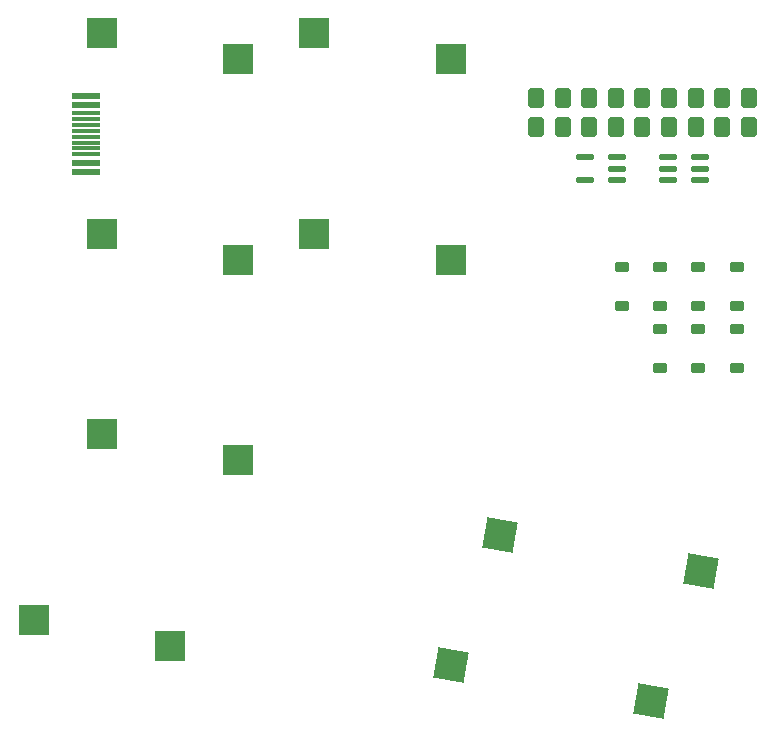
<source format=gbr>
%TF.GenerationSoftware,KiCad,Pcbnew,(5.99.0-11706-g59ad333650)*%
%TF.CreationDate,2021-08-22T22:29:06-05:00*%
%TF.ProjectId,lightwing_prototype,6c696768-7477-4696-9e67-5f70726f746f,rev?*%
%TF.SameCoordinates,Original*%
%TF.FileFunction,Paste,Bot*%
%TF.FilePolarity,Positive*%
%FSLAX46Y46*%
G04 Gerber Fmt 4.6, Leading zero omitted, Abs format (unit mm)*
G04 Created by KiCad (PCBNEW (5.99.0-11706-g59ad333650)) date 2021-08-22 22:29:06*
%MOMM*%
%LPD*%
G01*
G04 APERTURE LIST*
G04 Aperture macros list*
%AMRoundRect*
0 Rectangle with rounded corners*
0 $1 Rounding radius*
0 $2 $3 $4 $5 $6 $7 $8 $9 X,Y pos of 4 corners*
0 Add a 4 corners polygon primitive as box body*
4,1,4,$2,$3,$4,$5,$6,$7,$8,$9,$2,$3,0*
0 Add four circle primitives for the rounded corners*
1,1,$1+$1,$2,$3*
1,1,$1+$1,$4,$5*
1,1,$1+$1,$6,$7*
1,1,$1+$1,$8,$9*
0 Add four rect primitives between the rounded corners*
20,1,$1+$1,$2,$3,$4,$5,0*
20,1,$1+$1,$4,$5,$6,$7,0*
20,1,$1+$1,$6,$7,$8,$9,0*
20,1,$1+$1,$8,$9,$2,$3,0*%
%AMRotRect*
0 Rectangle, with rotation*
0 The origin of the aperture is its center*
0 $1 length*
0 $2 width*
0 $3 Rotation angle, in degrees counterclockwise*
0 Add horizontal line*
21,1,$1,$2,0,0,$3*%
G04 Aperture macros list end*
%ADD10RoundRect,0.123750X-0.656250X-0.123750X0.656250X-0.123750X0.656250X0.123750X-0.656250X0.123750X0*%
%ADD11RoundRect,0.225000X-0.375000X0.225000X-0.375000X-0.225000X0.375000X-0.225000X0.375000X0.225000X0*%
%ADD12RotRect,2.600000X2.600000X80.000000*%
%ADD13RoundRect,0.350000X-0.350000X0.500500X-0.350000X-0.500500X0.350000X-0.500500X0.350000X0.500500X0*%
%ADD14R,2.600000X2.600000*%
%ADD15RoundRect,0.350000X0.350000X-0.500500X0.350000X0.500500X-0.350000X0.500500X-0.350000X-0.500500X0*%
%ADD16R,2.450000X0.570000*%
%ADD17R,2.450000X0.300000*%
G04 APERTURE END LIST*
D10*
%TO.C,U4*%
X131850000Y-56800000D03*
X131850000Y-57750000D03*
X131850000Y-58700000D03*
X129150000Y-58700000D03*
X129150000Y-57750000D03*
X129150000Y-56800000D03*
%TD*%
D11*
%TO.C,D15*%
X131750000Y-69400000D03*
X131750000Y-66099000D03*
%TD*%
D12*
%TO.C,SW14*%
X114928304Y-88807961D03*
X110756090Y-99800465D03*
%TD*%
D11*
%TO.C,D17*%
X135000000Y-74650000D03*
X135000000Y-71349000D03*
%TD*%
D12*
%TO.C,SW17*%
X131928304Y-91807961D03*
X127756090Y-102800465D03*
%TD*%
D13*
%TO.C,C1*%
X127000000Y-51748000D03*
X127000000Y-54250000D03*
%TD*%
D11*
%TO.C,D13*%
X135000000Y-66099000D03*
X135000000Y-69400000D03*
%TD*%
D14*
%TO.C,SW12*%
X92775000Y-65450000D03*
X81225000Y-63250000D03*
%TD*%
D11*
%TO.C,D11*%
X128500000Y-69400000D03*
X128500000Y-66099000D03*
%TD*%
D15*
%TO.C,R3*%
X124750000Y-54250000D03*
X124750000Y-51748000D03*
%TD*%
D14*
%TO.C,SW13*%
X92775000Y-82450000D03*
X81225000Y-80250000D03*
%TD*%
D13*
%TO.C,R7*%
X122500000Y-51748000D03*
X122500000Y-54250000D03*
%TD*%
D14*
%TO.C,SW10*%
X87025000Y-98200000D03*
X75475000Y-96000000D03*
%TD*%
%TO.C,SW11*%
X92775000Y-48450000D03*
X81225000Y-46250000D03*
%TD*%
%TO.C,SW16*%
X110775000Y-65450000D03*
X99225000Y-63250000D03*
%TD*%
D13*
%TO.C,C5*%
X131500000Y-51749000D03*
X131500000Y-54251000D03*
%TD*%
D11*
%TO.C,D12*%
X125250000Y-66099000D03*
X125250000Y-69400000D03*
%TD*%
D13*
%TO.C,R5*%
X129250000Y-51749000D03*
X129250000Y-54251000D03*
%TD*%
D11*
%TO.C,D14*%
X131750000Y-74650000D03*
X131750000Y-71349000D03*
%TD*%
D15*
%TO.C,C3*%
X133750000Y-54250000D03*
X133750000Y-51748000D03*
%TD*%
D14*
%TO.C,SW15*%
X110775000Y-48450000D03*
X99225000Y-46250000D03*
%TD*%
D10*
%TO.C,U1*%
X124850000Y-56800000D03*
X124850000Y-57750000D03*
X124850000Y-58700000D03*
X122150000Y-58700000D03*
X122150000Y-56800000D03*
%TD*%
D16*
%TO.C,J1*%
X79925000Y-58025000D03*
X79925000Y-57250000D03*
D17*
X79925000Y-56050000D03*
X79925000Y-55050000D03*
X79925000Y-54550000D03*
D16*
X79925000Y-51575000D03*
X79925000Y-52350000D03*
D17*
X79925000Y-53050000D03*
X79925000Y-54050000D03*
X79925000Y-55550000D03*
X79925000Y-56550000D03*
X79925000Y-53550000D03*
%TD*%
D13*
%TO.C,C4*%
X136000000Y-51748000D03*
X136000000Y-54250000D03*
%TD*%
D11*
%TO.C,D10*%
X128500000Y-74650000D03*
X128500000Y-71349000D03*
%TD*%
D15*
%TO.C,R6*%
X120250000Y-54250000D03*
X120250000Y-51748000D03*
%TD*%
%TO.C,C2*%
X118000000Y-54250000D03*
X118000000Y-51748000D03*
%TD*%
M02*

</source>
